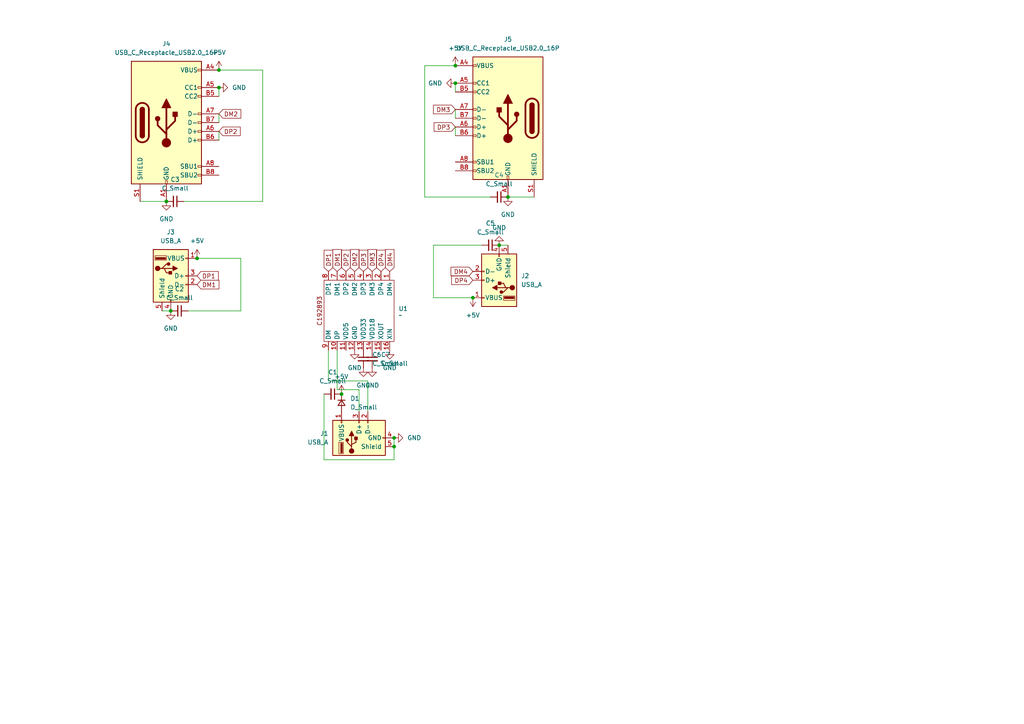
<source format=kicad_sch>
(kicad_sch (version 20250114) (generator "eeschema") (generator_version "9.0")
  (paper "A4")
  (lib_symbols
    (symbol "Connector:USB_A" (pin_names (offset 1.016))
      (property "Reference" "J" (at -5.08 11.43 0))
      (property "Value" "USB_A" (at -5.08 8.89 0))
      (symbol "USB_A_0_1"
        (rectangle (start -5.08 -7.62) (end 5.08 7.62) (stroke (width 0.254)) (fill (type background)))
        (circle (center -3.81 2.159) (radius 0.635) (stroke (width 0.254)) (fill (type outline)))
        (polyline (pts (xy -3.175 2.159) (xy -2.54 2.159) (xy -1.27 3.429) (xy -0.635 3.429)) (stroke (width 0.254)))
        (polyline (pts (xy -2.54 2.159) (xy -1.905 2.159) (xy -1.27 0.889) (xy 0 0.889)) (stroke (width 0.254)))
        (rectangle (start -1.524 4.826) (end -4.318 5.334) (fill (type outline)))
        (rectangle (start -1.27 4.572) (end -4.572 5.842))
        (circle (center -0.635 3.429) (radius 0.381) (stroke (width 0.254)) (fill (type outline)))
        (rectangle (start -0.127 -7.62) (end 0.127 -6.858))
        (rectangle (start 0.254 1.27) (end -0.508 0.508) (stroke (width 0.254)) (fill (type outline)))
        (polyline (pts (xy 0.635 2.794) (xy 0.635 1.524) (xy 1.905 2.159) (xy 0.635 2.794)) (stroke (width 0.254)) (fill (type outline)))
        (rectangle (start 5.08 4.953) (end 4.318 5.207))
        (rectangle (start 5.08 -0.127) (end 4.318 0.127))
        (rectangle (start 5.08 -2.667) (end 4.318 -2.413))
      )
      (symbol "USB_A_1_1"
        (polyline (pts (xy -1.905 2.159) (xy 0.635 2.159)) (stroke (width 0.254)))
        (pin passive line (at -2.54 -10.16 90) (length 2.54) (name "Shield") (number "5"))
        (pin power_in line (at 0 -10.16 90) (length 2.54) (name "GND") (number "4"))
        (pin power_in line (at 7.62 5.08 180) (length 2.54) (name "VBUS") (number "1"))
        (pin bidirectional line (at 7.62 0 180) (length 2.54) (name "D+") (number "3"))
        (pin bidirectional line (at 7.62 -2.54 180) (length 2.54) (name "D-") (number "2"))
      )
    )
    (symbol "Connector:USB_C_Receptacle_USB2.0_16P" (pin_names (offset 1.016))
      (property "Reference" "J" (at 0 22.225 0))
      (property "Value" "USB_C_Receptacle_USB2.0_16P" (at 0 19.685 0))
      (symbol "USB_C_Receptacle_USB2.0_16P_0_0"
        (rectangle (start -0.254 -17.78) (end 0.254 -16.764))
        (rectangle (start 10.16 15.494) (end 9.144 14.986))
        (rectangle (start 10.16 10.414) (end 9.144 9.906))
        (rectangle (start 10.16 7.874) (end 9.144 7.366))
        (rectangle (start 10.16 2.794) (end 9.144 2.286))
        (rectangle (start 10.16 0.254) (end 9.144 -0.254))
        (rectangle (start 10.16 -2.286) (end 9.144 -2.794))
        (rectangle (start 10.16 -4.826) (end 9.144 -5.334))
        (rectangle (start 10.16 -12.446) (end 9.144 -12.954))
        (rectangle (start 10.16 -14.986) (end 9.144 -15.494))
      )
      (symbol "USB_C_Receptacle_USB2.0_16P_0_1"
        (rectangle (start -10.16 17.78) (end 10.16 -17.78) (stroke (width 0.254)) (fill (type background)))
        (polyline (pts (xy -8.89 -3.81) (xy -8.89 3.81)) (stroke (width 0.508)))
        (rectangle (start -7.62 -3.81) (end -6.35 3.81) (stroke (width 0.254)) (fill (type outline)))
        (arc (start -7.62 3.81) (mid -6.985 4.4423) (end -6.35 3.81) (stroke (width 0.254)))
        (arc (start -7.62 3.81) (mid -6.985 4.4423) (end -6.35 3.81) (stroke (width 0.254)) (fill (type outline)))
        (arc (start -8.89 3.81) (mid -6.985 5.7067) (end -5.08 3.81) (stroke (width 0.508)))
        (arc (start -5.08 -3.81) (mid -6.985 -5.7067) (end -8.89 -3.81) (stroke (width 0.508)))
        (arc (start -6.35 -3.81) (mid -6.985 -4.4423) (end -7.62 -3.81) (stroke (width 0.254)))
        (arc (start -6.35 -3.81) (mid -6.985 -4.4423) (end -7.62 -3.81) (stroke (width 0.254)) (fill (type outline)))
        (polyline (pts (xy -5.08 3.81) (xy -5.08 -3.81)) (stroke (width 0.508)))
        (circle (center -2.54 1.143) (radius 0.635) (stroke (width 0.254)) (fill (type outline)))
        (polyline (pts (xy -1.27 4.318) (xy 0 6.858) (xy 1.27 4.318) (xy -1.27 4.318)) (stroke (width 0.254)) (fill (type outline)))
        (polyline (pts (xy 0 -2.032) (xy 2.54 0.508) (xy 2.54 1.778)) (stroke (width 0.508)))
        (polyline (pts (xy 0 -3.302) (xy -2.54 -0.762) (xy -2.54 0.508)) (stroke (width 0.508)))
        (polyline (pts (xy 0 -5.842) (xy 0 4.318)) (stroke (width 0.508)))
        (circle (center 0 -5.842) (radius 1.27) (fill (type outline)))
        (rectangle (start 1.905 1.778) (end 3.175 3.048) (stroke (width 0.254)) (fill (type outline)))
      )
      (symbol "USB_C_Receptacle_USB2.0_16P_1_1"
        (pin passive line (at -7.62 -22.86 90) (length 5.08) (name "SHIELD") (number "S1"))
        (pin passive line (at 0 -22.86 90) (length 5.08) (name "GND") (number "A1"))
        (pin passive line (at 0 -22.86 90) (length 5.08) (hide yes) (name "GND") (number "A12"))
        (pin passive line (at 0 -22.86 90) (length 5.08) (hide yes) (name "GND") (number "B1"))
        (pin passive line (at 0 -22.86 90) (length 5.08) (hide yes) (name "GND") (number "B12"))
        (pin passive line (at 15.24 15.24 180) (length 5.08) (name "VBUS") (number "A4"))
        (pin passive line (at 15.24 15.24 180) (length 5.08) (hide yes) (name "VBUS") (number "A9"))
        (pin passive line (at 15.24 15.24 180) (length 5.08) (hide yes) (name "VBUS") (number "B4"))
        (pin passive line (at 15.24 15.24 180) (length 5.08) (hide yes) (name "VBUS") (number "B9"))
        (pin bidirectional line (at 15.24 10.16 180) (length 5.08) (name "CC1") (number "A5"))
        (pin bidirectional line (at 15.24 7.62 180) (length 5.08) (name "CC2") (number "B5"))
        (pin bidirectional line (at 15.24 2.54 180) (length 5.08) (name "D-") (number "A7"))
        (pin bidirectional line (at 15.24 0 180) (length 5.08) (name "D-") (number "B7"))
        (pin bidirectional line (at 15.24 -2.54 180) (length 5.08) (name "D+") (number "A6"))
        (pin bidirectional line (at 15.24 -5.08 180) (length 5.08) (name "D+") (number "B6"))
        (pin bidirectional line (at 15.24 -12.7 180) (length 5.08) (name "SBU1") (number "A8"))
        (pin bidirectional line (at 15.24 -15.24 180) (length 5.08) (name "SBU2") (number "B8"))
      )
    )
    (symbol "Device:C_Small" (pin_numbers (hide yes)) (pin_names (offset 0.254) (hide yes))
      (property "Reference" "C" (at 0.254 1.778 0))
      (property "Value" "C_Small" (at 0.254 -2.032 0))
      (symbol "C_Small_0_1"
        (polyline (pts (xy -1.524 0.508) (xy 1.524 0.508)) (stroke (width 0.3048)))
        (polyline (pts (xy -1.524 -0.508) (xy 1.524 -0.508)) (stroke (width 0.3302)))
      )
      (symbol "C_Small_1_1"
        (pin passive line (at 0 2.54 270) (length 2.032) (name "~") (number "1"))
        (pin passive line (at 0 -2.54 90) (length 2.032) (name "~") (number "2"))
      )
    )
    (symbol "Device:D_Small" (pin_numbers (hide yes)) (pin_names (offset 0.254) (hide yes))
      (property "Reference" "D" (at -1.27 2.032 0))
      (property "Value" "D_Small" (at -3.81 -2.032 0))
      (symbol "D_Small_0_1"
        (polyline (pts (xy -0.762 0) (xy 0.762 0)))
        (polyline (pts (xy -0.762 -1.016) (xy -0.762 1.016)) (stroke (width 0.254)))
        (polyline (pts (xy 0.762 -1.016) (xy -0.762 0) (xy 0.762 1.016) (xy 0.762 -1.016)) (stroke (width 0.254)))
      )
      (symbol "D_Small_1_1"
        (pin passive line (at -2.54 0 0) (length 1.778) (name "K") (number "1"))
        (pin passive line (at 2.54 0 180) (length 1.778) (name "A") (number "2"))
      )
    )
    (symbol "Taranium-libs:C192893"
      (property "Reference" "U" (at 0 11.43 0))
      (symbol "C192893_0_1"
        (rectangle (start -8.89 10.16) (end 8.89 -10.16))
      )
      (symbol "C192893_1_1"
        (text "C192893" (at 0 -11.43 0) (effects (font (size 1.27 1.27))))
        (pin input line (at -11.43 8.89 0) (length 2.54) (name "DM4") (number "1"))
        (pin input line (at -11.43 6.35 0) (length 2.54) (name "DP4") (number "2"))
        (pin input line (at -11.43 3.81 0) (length 2.54) (name "DM3") (number "3"))
        (pin input line (at -11.43 1.27 0) (length 2.54) (name "DP3") (number "4"))
        (pin input line (at -11.43 -1.27 0) (length 2.54) (name "DM2") (number "5"))
        (pin input line (at -11.43 -3.81 0) (length 2.54) (name "DP2") (number "6"))
        (pin input line (at -11.43 -6.35 0) (length 2.54) (name "DM1") (number "7"))
        (pin input line (at -11.43 -8.89 0) (length 2.54) (name "DP1") (number "8"))
        (pin input line (at 11.43 8.89 180) (length 2.54) (name "XIN") (number "16"))
        (pin output line (at 11.43 6.35 180) (length 2.54) (name "XOUT") (number "15"))
        (pin output line (at 11.43 3.81 180) (length 2.54) (name "VDD18") (number "14"))
        (pin output line (at 11.43 1.27 180) (length 2.54) (name "VDD33") (number "13"))
        (pin output line (at 11.43 -1.27 180) (length 2.54) (name "GND") (number "12"))
        (pin output line (at 11.43 -3.81 180) (length 2.54) (name "VDD5") (number "11"))
        (pin output line (at 11.43 -6.35 180) (length 2.54) (name "DP") (number "10"))
        (pin output line (at 11.43 -8.89 180) (length 2.54) (name "DM") (number "9"))
      )
    )
    (symbol "power:+5V" (power) (pin_numbers (hide yes)) (pin_names (offset 0) (hide yes))
      (property "Value" "+5V" (at 0 3.556 0))
      (symbol "+5V_0_1"
        (polyline (pts (xy -0.762 1.27) (xy 0 2.54)))
        (polyline (pts (xy 0 2.54) (xy 0.762 1.27)))
        (polyline (pts (xy 0 0) (xy 0 2.54)))
      )
      (symbol "+5V_1_1"
        (pin power_in line (at 0 0 90) (length 0) (name "~") (number "1"))
      )
    )
    (symbol "power:GND" (power) (pin_numbers (hide yes)) (pin_names (offset 0) (hide yes))
      (property "Value" "GND" (at 0 -3.81 0))
      (symbol "GND_0_1"
        (polyline (pts (xy 0 0) (xy 0 -1.27) (xy 1.27 -1.27) (xy 0 -2.54) (xy -1.27 -1.27) (xy 0 -1.27)))
      )
      (symbol "GND_1_1"
        (pin power_in line (at 0 0 270) (length 0) (name "~") (number "1"))
      )
    )
  )
  (junction (at 99.06 114.3))
  (junction (at 114.3 127))
  (junction (at 147.32 57.15))
  (junction (at 114.3 129.54))
  (junction (at 63.5 25.4))
  (junction (at 63.5 20.32))
  (junction (at 132.08 24.13))
  (junction (at 49.53 90.17))
  (junction (at 48.26 58.42))
  (junction (at 57.15 74.93))
  (junction (at 132.08 19.05))
  (junction (at 144.78 71.12))
  (junction (at 137.16 86.36))
  (wire (pts (xy 147.32 57.15) (xy 154.94 57.15)))
  (wire (pts (xy 46.99 90.17) (xy 49.53 90.17)))
  (wire (pts (xy 76.2 20.32) (xy 63.5 20.32)))
  (wire (pts (xy 125.73 86.36) (xy 137.16 86.36)))
  (wire (pts (xy 97.79 113.03) (xy 104.14 113.03)))
  (wire (pts (xy 93.98 114.3) (xy 93.98 133.35)))
  (wire (pts (xy 144.78 71.12) (xy 147.32 71.12)))
  (wire (pts (xy 63.5 38.1) (xy 63.5 40.64)))
  (wire (pts (xy 114.3 133.35) (xy 114.3 129.54)))
  (wire (pts (xy 125.73 71.12) (xy 125.73 86.36)))
  (wire (pts (xy 106.68 110.49) (xy 106.68 119.38)))
  (wire (pts (xy 123.19 19.05) (xy 132.08 19.05)))
  (wire (pts (xy 76.2 58.42) (xy 76.2 20.32)))
  (wire (pts (xy 54.61 90.17) (xy 69.85 90.17)))
  (wire (pts (xy 132.08 31.75) (xy 132.08 34.29)))
  (wire (pts (xy 63.5 33.02) (xy 63.5 35.56)))
  (wire (pts (xy 95.25 101.6) (xy 95.25 110.49)))
  (wire (pts (xy 123.19 57.15) (xy 123.19 19.05)))
  (wire (pts (xy 132.08 24.13) (xy 132.08 26.67)))
  (wire (pts (xy 104.14 113.03) (xy 104.14 119.38)))
  (wire (pts (xy 69.85 90.17) (xy 69.85 74.93)))
  (wire (pts (xy 53.34 58.42) (xy 76.2 58.42)))
  (wire (pts (xy 139.7 71.12) (xy 125.73 71.12)))
  (wire (pts (xy 93.98 133.35) (xy 114.3 133.35)))
  (wire (pts (xy 114.3 127) (xy 114.3 129.54)))
  (wire (pts (xy 142.24 57.15) (xy 123.19 57.15)))
  (wire (pts (xy 69.85 74.93) (xy 57.15 74.93)))
  (wire (pts (xy 132.08 36.83) (xy 132.08 39.37)))
  (wire (pts (xy 97.79 101.6) (xy 97.79 113.03)))
  (wire (pts (xy 95.25 110.49) (xy 106.68 110.49)))
  (wire (pts (xy 40.64 58.42) (xy 48.26 58.42)))
  (wire (pts (xy 63.5 25.4) (xy 63.5 27.94)))
  (global_label "DP2" (shape input) (at 100.33 78.74 90) (property "Intersheetrefs" "${INTERSHEET_REFS}" (effects (hide yes))))
  (global_label "DM4" (shape input) (at 113.03 78.74 90) (property "Intersheetrefs" "${INTERSHEET_REFS}" (effects (hide yes))))
  (global_label "DP1" (shape input) (at 57.15 80.01 0) (property "Intersheetrefs" "${INTERSHEET_REFS}" (effects (hide yes))))
  (global_label "DM3" (shape input) (at 107.95 78.74 90) (property "Intersheetrefs" "${INTERSHEET_REFS}" (effects (hide yes))))
  (global_label "DM4" (shape input) (at 137.16 78.74 180) (property "Intersheetrefs" "${INTERSHEET_REFS}" (effects (hide yes))))
  (global_label "DP2" (shape input) (at 63.5 38.1 0) (property "Intersheetrefs" "${INTERSHEET_REFS}" (effects (hide yes))))
  (global_label "DP1" (shape input) (at 95.25 78.74 90) (property "Intersheetrefs" "${INTERSHEET_REFS}" (effects (hide yes))))
  (global_label "DP4" (shape input) (at 137.16 81.28 180) (property "Intersheetrefs" "${INTERSHEET_REFS}" (effects (hide yes))))
  (global_label "DM2" (shape input) (at 102.87 78.74 90) (property "Intersheetrefs" "${INTERSHEET_REFS}" (effects (hide yes))))
  (global_label "DM1" (shape input) (at 57.15 82.55 0) (property "Intersheetrefs" "${INTERSHEET_REFS}" (effects (hide yes))))
  (global_label "DP3" (shape input) (at 105.41 78.74 90) (property "Intersheetrefs" "${INTERSHEET_REFS}" (effects (hide yes))))
  (global_label "DP3" (shape input) (at 132.08 36.83 180) (property "Intersheetrefs" "${INTERSHEET_REFS}" (effects (hide yes))))
  (global_label "DM3" (shape input) (at 132.08 31.75 180) (property "Intersheetrefs" "${INTERSHEET_REFS}" (effects (hide yes))))
  (global_label "DM1" (shape input) (at 97.79 78.74 90) (property "Intersheetrefs" "${INTERSHEET_REFS}" (effects (hide yes))))
  (global_label "DP4" (shape input) (at 110.49 78.74 90) (property "Intersheetrefs" "${INTERSHEET_REFS}" (effects (hide yes))))
  (global_label "DM2" (shape input) (at 63.5 33.02 0) (property "Intersheetrefs" "${INTERSHEET_REFS}" (effects (hide yes))))
  (symbol (lib_id "power:GND") (at 105.41 106.68 0) (unit 1)
    (property "Reference" "#PWR014" (effects (hide yes)))
    (property "Value" "GND" (at 105.41 111.76 0))
    (property "Description" "Power symbol creates a global label with name \"GND\" , ground" (effects (hide yes)))
  )
  (symbol (lib_id "power:GND") (at 107.95 106.68 0) (unit 1)
    (property "Reference" "#PWR015" (effects (hide yes)))
    (property "Value" "GND" (at 107.95 111.76 0))
    (property "Description" "Power symbol creates a global label with name \"GND\" , ground" (effects (hide yes)))
  )
  (symbol (lib_id "power:GND") (at 48.26 58.42 0) (unit 1)
    (property "Reference" "#PWR011" (effects (hide yes)))
    (property "Value" "GND" (at 48.26 63.5 0))
    (property "Description" "Power symbol creates a global label with name \"GND\" , ground" (effects (hide yes)))
  )
  (symbol (lib_id "Device:C_Small") (at 142.24 71.12 270) (unit 1)
    (property "Reference" "C5" (at 142.2336 64.77 90))
    (property "Value" "C_Small" (at 142.2336 67.31 90))
    (property "Footprint" "Capacitor_SMD:C_0201_0603Metric" (effects (hide yes)))
    (property "Description" "Unpolarized capacitor, small symbol" (effects (hide yes)))
  )
  (symbol (lib_id "power:GND") (at 102.87 101.6 0) (unit 1)
    (property "Reference" "#PWR03" (effects (hide yes)))
    (property "Value" "GND" (at 102.87 106.68 0))
    (property "Description" "Power symbol creates a global label with name \"GND\" , ground" (effects (hide yes)))
  )
  (symbol (lib_id "power:GND") (at 63.5 25.4 90) (unit 1)
    (property "Reference" "#PWR012" (effects (hide yes)))
    (property "Value" "GND" (at 67.31 25.3999 90) (effects (justify right)))
    (property "Description" "Power symbol creates a global label with name \"GND\" , ground" (effects (hide yes)))
  )
  (symbol (lib_id "Device:C_Small") (at 96.52 114.3 270) (unit 1)
    (property "Reference" "C1" (at 96.5136 107.95 90))
    (property "Value" "C_Small" (at 96.5136 110.49 90))
    (property "Footprint" "Capacitor_SMD:C_0201_0603Metric" (effects (hide yes)))
    (property "Description" "Unpolarized capacitor, small symbol" (effects (hide yes)))
  )
  (symbol (lib_id "Device:C_Small") (at 105.41 104.14 0) (unit 1)
    (property "Reference" "C6" (at 107.95 102.8762 0) (effects (justify left)))
    (property "Value" "C_Small" (at 107.95 105.4162 0) (effects (justify left)))
    (property "Footprint" "Capacitor_SMD:C_0201_0603Metric" (effects (hide yes)))
    (property "Description" "Unpolarized capacitor, small symbol" (effects (hide yes)))
  )
  (symbol (lib_id "Device:C_Small") (at 107.95 104.14 0) (unit 1)
    (property "Reference" "C7" (at 110.49 102.8762 0) (effects (justify left)))
    (property "Value" "C_Small" (at 110.49 105.4162 0) (effects (justify left)))
    (property "Footprint" "Capacitor_SMD:C_0201_0603Metric" (effects (hide yes)))
    (property "Description" "Unpolarized capacitor, small symbol" (effects (hide yes)))
  )
  (symbol (lib_id "power:GND") (at 132.08 24.13 270) (unit 1)
    (property "Reference" "#PWR013" (effects (hide yes)))
    (property "Value" "GND" (at 128.27 24.1299 90) (effects (justify right)))
    (property "Description" "Power symbol creates a global label with name \"GND\" , ground" (effects (hide yes)))
  )
  (symbol (lib_id "Connector:USB_C_Receptacle_USB2.0_16P") (at 147.32 34.29 0) (mirror y) (unit 1)
    (property "Reference" "J5" (at 147.32 11.43 0))
    (property "Value" "USB_C_Receptacle_USB2.0_16P" (at 147.32 13.97 0))
    (property "Footprint" "Connector_USB:USB_C_Receptacle_HCTL_HC-TYPE-C-16P-01A" (effects (hide yes)))
    (property "Datasheet" "https://www.usb.org/sites/default/files/documents/usb_type-c.zip" (effects (hide yes)))
    (property "Description" "USB 2.0-only 16P Type-C Receptacle connector" (effects (hide yes)))
  )
  (symbol (lib_id "Device:C_Small") (at 52.07 90.17 270) (unit 1)
    (property "Reference" "C2" (at 52.0636 83.82 90))
    (property "Value" "C_Small" (at 52.0636 86.36 90))
    (property "Footprint" "Capacitor_SMD:C_0201_0603Metric" (effects (hide yes)))
    (property "Description" "Unpolarized capacitor, small symbol" (effects (hide yes)))
  )
  (symbol (lib_id "power:+5V") (at 132.08 19.05 0) (unit 1)
    (property "Reference" "#PWR08" (effects (hide yes)))
    (property "Value" "+5V" (at 132.08 13.97 0))
    (property "Description" "Power symbol creates a global label with name \"+5V\"" (effects (hide yes)))
  )
  (symbol (lib_id "power:+5V") (at 99.06 114.3 0) (unit 1)
    (property "Reference" "#PWR05" (effects (hide yes)))
    (property "Value" "+5V" (at 99.06 109.22 0))
    (property "Description" "Power symbol creates a global label with name \"+5V\"" (effects (hide yes)))
  )
  (symbol (lib_id "Device:C_Small") (at 144.78 57.15 270) (unit 1)
    (property "Reference" "C4" (at 144.7736 50.8 90))
    (property "Value" "C_Small" (at 144.7736 53.34 90))
    (property "Footprint" "Capacitor_SMD:C_0201_0603Metric" (effects (hide yes)))
    (property "Description" "Unpolarized capacitor, small symbol" (effects (hide yes)))
  )
  (symbol (lib_id "power:+5V") (at 57.15 74.93 0) (unit 1)
    (property "Reference" "#PWR06" (effects (hide yes)))
    (property "Value" "+5V" (at 57.15 69.85 0))
    (property "Description" "Power symbol creates a global label with name \"+5V\"" (effects (hide yes)))
  )
  (symbol (lib_id "power:GND") (at 113.03 101.6 0) (unit 1)
    (property "Reference" "#PWR016" (effects (hide yes)))
    (property "Value" "GND" (at 113.03 106.68 0))
    (property "Description" "Power symbol creates a global label with name \"GND\" , ground" (effects (hide yes)))
  )
  (symbol (lib_id "Device:D_Small") (at 99.06 116.84 270) (unit 1)
    (property "Reference" "D1" (at 101.6 115.5699 90) (effects (justify left)))
    (property "Value" "D_Small" (at 101.6 118.1099 90) (effects (justify left)))
    (property "Footprint" "Diode_SMD:D_SOD-323" (effects (hide yes)))
    (property "Description" "Diode, small symbol" (effects (hide yes)))
    (property "Sim.Device" "D" (effects (hide yes)))
    (property "Sim.Pins" "1=K 2=A" (effects (hide yes)))
  )
  (symbol (lib_id "Connector:USB_A") (at 104.14 127 90) (unit 1)
    (property "Reference" "J1" (at 95.25 125.7299 90) (effects (justify left)))
    (property "Value" "USB_A" (at 95.25 128.2699 90) (effects (justify left)))
    (property "Footprint" "Connector_USB:USB_A_Molex_48037-2200_Horizontal" (effects (hide yes)))
    (property "Description" "USB Type A connector" (effects (hide yes)))
  )
  (symbol (lib_id "Connector:USB_A") (at 144.78 81.28 180) (unit 1)
    (property "Reference" "J2" (at 151.13 80.0099 0) (effects (justify right)))
    (property "Value" "USB_A" (at 151.13 82.5499 0) (effects (justify right)))
    (property "Footprint" "Connector_USB:USB_A_Connfly_DS1095" (effects (hide yes)))
    (property "Description" "USB Type A connector" (effects (hide yes)))
  )
  (symbol (lib_id "power:GND") (at 144.78 71.12 180) (unit 1)
    (property "Reference" "#PWR010" (effects (hide yes)))
    (property "Value" "GND" (at 144.78 66.04 0))
    (property "Description" "Power symbol creates a global label with name \"GND\" , ground" (effects (hide yes)))
  )
  (symbol (lib_id "power:GND") (at 49.53 90.17 0) (unit 1)
    (property "Reference" "#PWR02" (effects (hide yes)))
    (property "Value" "GND" (at 49.53 95.25 0))
    (property "Description" "Power symbol creates a global label with name \"GND\" , ground" (effects (hide yes)))
  )
  (symbol (lib_id "Connector:USB_C_Receptacle_USB2.0_16P") (at 48.26 35.56 0) (unit 1)
    (property "Reference" "J4" (at 48.26 12.7 0))
    (property "Value" "USB_C_Receptacle_USB2.0_16P" (at 48.26 15.24 0))
    (property "Footprint" "Connector_USB:USB_C_Receptacle_HCTL_HC-TYPE-C-16P-01A" (effects (hide yes)))
    (property "Datasheet" "https://www.usb.org/sites/default/files/documents/usb_type-c.zip" (effects (hide yes)))
    (property "Description" "USB 2.0-only 16P Type-C Receptacle connector" (effects (hide yes)))
  )
  (symbol (lib_id "Taranium-libs:C192893") (at 104.14 90.17 270) (unit 1)
    (property "Reference" "U1" (at 115.57 89.5349 90) (effects (justify left)))
    (property "Value" "~" (at 115.57 91.44 90) (effects (justify left)))
    (property "Footprint" "Package_SO:SO-16_3.9x9.9mm_P1.27mm" (effects (hide yes)))
  )
  (symbol (lib_id "Connector:USB_A") (at 49.53 80.01 0) (unit 1)
    (property "Reference" "J3" (at 49.53 67.31 0))
    (property "Value" "USB_A" (at 49.53 69.85 0))
    (property "Footprint" "Connector_USB:USB_A_Connfly_DS1095" (effects (hide yes)))
    (property "Description" "USB Type A connector" (effects (hide yes)))
  )
  (symbol (lib_id "Device:C_Small") (at 50.8 58.42 270) (unit 1)
    (property "Reference" "C3" (at 50.7936 52.07 90))
    (property "Value" "C_Small" (at 50.7936 54.61 90))
    (property "Footprint" "Capacitor_SMD:C_0201_0603Metric" (effects (hide yes)))
    (property "Description" "Unpolarized capacitor, small symbol" (effects (hide yes)))
  )
  (symbol (lib_id "power:+5V") (at 63.5 20.32 0) (unit 1)
    (property "Reference" "#PWR07" (effects (hide yes)))
    (property "Value" "+5V" (at 63.5 15.24 0))
    (property "Description" "Power symbol creates a global label with name \"+5V\"" (effects (hide yes)))
  )
  (symbol (lib_id "power:GND") (at 147.32 57.15 0) (unit 1)
    (property "Reference" "#PWR01" (effects (hide yes)))
    (property "Value" "GND" (at 147.32 62.23 0))
    (property "Description" "Power symbol creates a global label with name \"GND\" , ground" (effects (hide yes)))
  )
  (symbol (lib_id "power:GND") (at 114.3 127 90) (unit 1)
    (property "Reference" "#PWR04" (effects (hide yes)))
    (property "Value" "GND" (at 118.11 126.9999 90) (effects (justify right)))
    (property "Description" "Power symbol creates a global label with name \"GND\" , ground" (effects (hide yes)))
  )
  (symbol (lib_id "power:+5V") (at 137.16 86.36 180) (unit 1)
    (property "Reference" "#PWR09" (effects (hide yes)))
    (property "Value" "+5V" (at 137.16 91.44 0))
    (property "Description" "Power symbol creates a global label with name \"+5V\"" (effects (hide yes)))
  )
)
</source>
